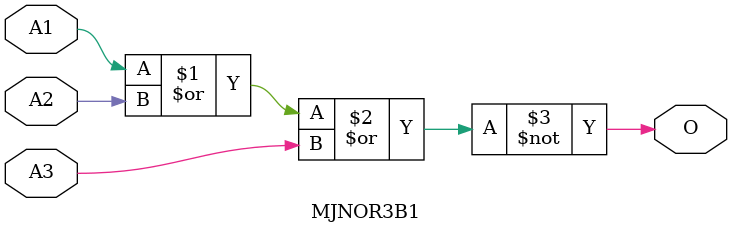
<source format=v>
module MJNOR3B1(A1, A2, A3, O);
input   A1;
input   A2;
input   A3;
output  O;
nor g0(O, A1, A2, A3);
endmodule
</source>
